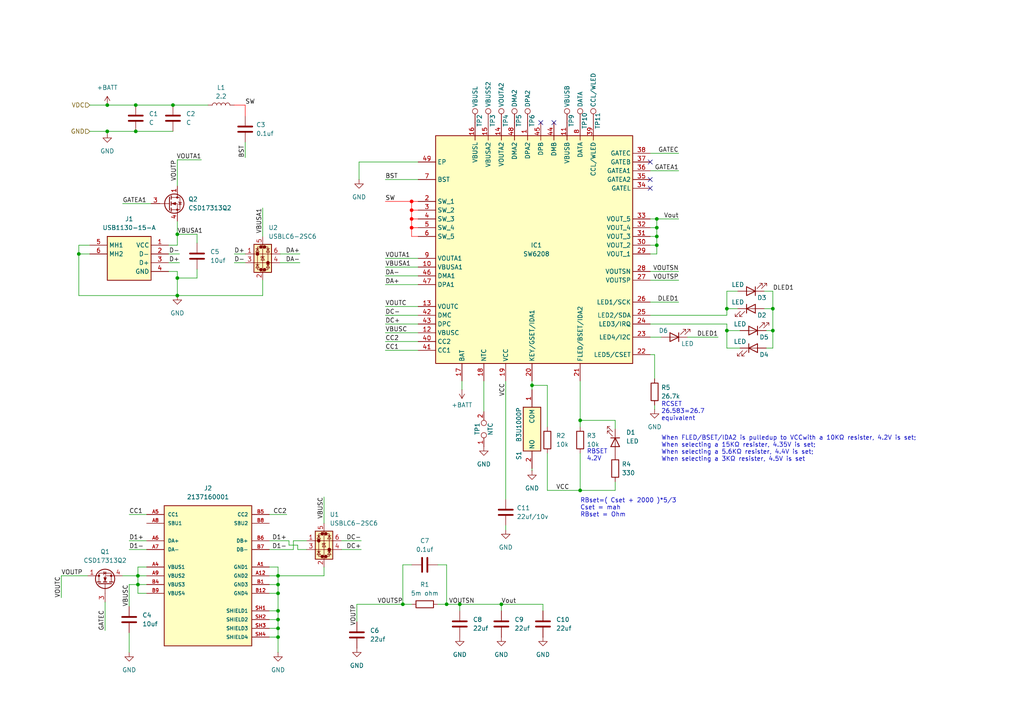
<source format=kicad_sch>
(kicad_sch (version 20250114) (generator "eeschema") (generator_version "9.0")
  (paper "A4")
  (lib_symbols
    (symbol "2137160001:2137160001" (pin_names (offset 1.016))
      (property "Reference" "J" (at -12.7 20.9042 0))
      (property "Value" "2137160001" (at -12.7 -22.86 0))
      (symbol "2137160001_0_0"
        (rectangle (start -12.7 -20.32) (end 12.7 20.32) (stroke (width 0.254)) (fill (type background)))
        (pin bidirectional line (at -17.78 17.78 0) (length 5.08) (name "CC1") (number "A5"))
        (pin bidirectional line (at -17.78 15.24 0) (length 5.08) (name "SBU1") (number "A8"))
        (pin bidirectional line (at -17.78 10.16 0) (length 5.08) (name "DA+") (number "A6"))
        (pin bidirectional line (at -17.78 7.62 0) (length 5.08) (name "DA-") (number "A7"))
        (pin power_in line (at -17.78 2.54 0) (length 5.08) (name "VBUS1") (number "A4"))
        (pin power_in line (at -17.78 0 0) (length 5.08) (name "VBUS2") (number "A9"))
        (pin power_in line (at -17.78 -2.54 0) (length 5.08) (name "VBUS3") (number "B4"))
        (pin power_in line (at -17.78 -5.08 0) (length 5.08) (name "VBUS4") (number "B9"))
        (pin bidirectional line (at 17.78 17.78 180) (length 5.08) (name "CC2") (number "B5"))
        (pin bidirectional line (at 17.78 15.24 180) (length 5.08) (name "SBU2") (number "B8"))
        (pin bidirectional line (at 17.78 10.16 180) (length 5.08) (name "DB+") (number "B6"))
        (pin bidirectional line (at 17.78 7.62 180) (length 5.08) (name "DB-") (number "B7"))
        (pin power_in line (at 17.78 2.54 180) (length 5.08) (name "GND1") (number "A1"))
        (pin power_in line (at 17.78 0 180) (length 5.08) (name "GND2") (number "A12"))
        (pin power_in line (at 17.78 -2.54 180) (length 5.08) (name "GND3") (number "B1"))
        (pin power_in line (at 17.78 -5.08 180) (length 5.08) (name "GND4") (number "B12"))
        (pin passive line (at 17.78 -10.16 180) (length 5.08) (name "SHIELD1") (number "SH1"))
        (pin passive line (at 17.78 -12.7 180) (length 5.08) (name "SHIELD2") (number "SH2"))
        (pin passive line (at 17.78 -15.24 180) (length 5.08) (name "SHIELD3") (number "SH3"))
        (pin passive line (at 17.78 -17.78 180) (length 5.08) (name "SHIELD4") (number "SH4"))
      )
    )
    (symbol "B3U1000P:B3U1000P"
      (property "Reference" "S1" (at 5.08 3.81 0))
      (property "Value" "B3U1000P" (at 5.08 -3.81 0))
      (symbol "B3U1000P_1_1"
        (rectangle (start 5.08 2.54) (end 17.78 -2.54) (stroke (width 0.254)) (fill (type background)))
        (pin passive line (at 0 0 0) (length 5.08) (name "COM") (number "1"))
        (pin passive line (at 22.86 0 180) (length 5.08) (name "NO") (number "2"))
      )
    )
    (symbol "Connector:TestPoint" (pin_numbers (hide yes)) (pin_names (offset 0.762) (hide yes))
      (property "Reference" "TP" (at 0 6.858 0))
      (property "Value" "TestPoint" (at 0 5.08 0))
      (symbol "TestPoint_0_1"
        (circle (center 0 3.302) (radius 0.762))
      )
      (symbol "TestPoint_1_1"
        (pin passive line (at 0 0 90) (length 2.54) (name "1") (number "1"))
      )
    )
    (symbol "Connector:TestPoint_2Pole" (pin_names (offset 0.762) (hide yes))
      (property "Reference" "TP" (at 0 1.524 0))
      (property "Value" "TestPoint_2Pole" (at 0 -1.778 0))
      (symbol "TestPoint_2Pole_0_1"
        (circle (center -1.778 0) (radius 0.762))
        (circle (center 1.778 0) (radius 0.762))
        (pin passive line (at -5.08 0 0) (length 2.54) (name "1") (number "1"))
        (pin passive line (at 5.08 0 180) (length 2.54) (name "2") (number "2"))
      )
    )
    (symbol "Device:C" (pin_numbers (hide yes)) (pin_names (offset 0.254))
      (property "Reference" "C" (at 0.635 2.54 0))
      (property "Value" "C" (at 0.635 -2.54 0))
      (symbol "C_0_1"
        (polyline (pts (xy -2.032 0.762) (xy 2.032 0.762)) (stroke (width 0.508)))
        (polyline (pts (xy -2.032 -0.762) (xy 2.032 -0.762)) (stroke (width 0.508)))
      )
      (symbol "C_1_1"
        (pin passive line (at 0 3.81 270) (length 2.794) (name "~") (number "1"))
        (pin passive line (at 0 -3.81 90) (length 2.794) (name "~") (number "2"))
      )
    )
    (symbol "Device:L" (pin_numbers (hide yes)) (pin_names (offset 1.016) (hide yes))
      (property "Reference" "L" (at -1.27 0 90))
      (property "Value" "L" (at 1.905 0 90))
      (symbol "L_0_1"
        (arc (start 0 2.54) (mid 0.6323 1.905) (end 0 1.27))
        (arc (start 0 1.27) (mid 0.6323 0.635) (end 0 0))
        (arc (start 0 0) (mid 0.6323 -0.635) (end 0 -1.27))
        (arc (start 0 -1.27) (mid 0.6323 -1.905) (end 0 -2.54))
      )
      (symbol "L_1_1"
        (pin passive line (at 0 3.81 270) (length 1.27) (name "1") (number "1"))
        (pin passive line (at 0 -3.81 90) (length 1.27) (name "2") (number "2"))
      )
    )
    (symbol "Device:LED" (pin_numbers (hide yes)) (pin_names (offset 1.016) (hide yes))
      (property "Reference" "D" (at 0 2.54 0))
      (property "Value" "LED" (at 0 -2.54 0))
      (symbol "LED_0_1"
        (polyline (pts (xy -3.048 -0.762) (xy -4.572 -2.286) (xy -3.81 -2.286) (xy -4.572 -2.286) (xy -4.572 -1.524)))
        (polyline (pts (xy -1.778 -0.762) (xy -3.302 -2.286) (xy -2.54 -2.286) (xy -3.302 -2.286) (xy -3.302 -1.524)))
        (polyline (pts (xy -1.27 0) (xy 1.27 0)))
        (polyline (pts (xy -1.27 -1.27) (xy -1.27 1.27)) (stroke (width 0.254)))
        (polyline (pts (xy 1.27 -1.27) (xy 1.27 1.27) (xy -1.27 0) (xy 1.27 -1.27)) (stroke (width 0.254)))
      )
      (symbol "LED_1_1"
        (pin passive line (at -3.81 0 0) (length 2.54) (name "K") (number "1"))
        (pin passive line (at 3.81 0 180) (length 2.54) (name "A") (number "2"))
      )
    )
    (symbol "Device:R" (pin_numbers (hide yes)) (pin_names (offset 0))
      (property "Reference" "R" (at 2.032 0 90))
      (property "Value" "R" (at 0 0 90))
      (symbol "R_0_1"
        (rectangle (start -1.016 -2.54) (end 1.016 2.54) (stroke (width 0.254)))
      )
      (symbol "R_1_1"
        (pin passive line (at 0 3.81 270) (length 1.27) (name "~") (number "1"))
        (pin passive line (at 0 -3.81 90) (length 1.27) (name "~") (number "2"))
      )
    )
    (symbol "Power_Protection:USBLC6-2SC6" (pin_names (hide yes))
      (property "Reference" "U" (at 0.635 5.715 0))
      (property "Value" "USBLC6-2SC6" (at 0.635 3.81 0))
      (symbol "USBLC6-2SC6_0_0"
        (circle (center -1.524 0) (radius 0.0001) (stroke (width 0.508)))
        (circle (center -0.508 2.032) (radius 0.0001) (stroke (width 0.508)))
        (circle (center -0.508 -4.572) (radius 0.0001) (stroke (width 0.508)))
        (circle (center 0.508 2.032) (radius 0.0001) (stroke (width 0.508)))
        (circle (center 0.508 -4.572) (radius 0.0001) (stroke (width 0.508)))
        (circle (center 1.524 -2.54) (radius 0.0001) (stroke (width 0.508)))
      )
      (symbol "USBLC6-2SC6_0_1"
        (polyline (pts (xy -2.54 0) (xy 2.54 0)))
        (polyline (pts (xy -2.54 -2.54) (xy 2.54 -2.54)))
        (polyline (pts (xy -2.032 0.508) (xy -1.016 0.508) (xy -1.524 1.524) (xy -2.032 0.508)))
        (polyline (pts (xy -2.032 -3.048) (xy -1.016 -3.048)))
        (polyline (pts (xy -1.016 1.524) (xy -2.032 1.524)))
        (polyline (pts (xy -1.016 -4.064) (xy -2.032 -4.064) (xy -1.524 -3.048) (xy -1.016 -4.064)))
        (polyline (pts (xy -0.508 -1.143) (xy -0.508 -0.762) (xy 0.508 -0.762)))
        (polyline (pts (xy 0 2.54) (xy -0.508 2.032) (xy 0.508 2.032) (xy 0 1.524) (xy 0 -4.064) (xy -0.508 -4.572) (xy 0.508 -4.572) (xy 0 -5.08)))
        (polyline (pts (xy 0.508 -1.778) (xy -0.508 -1.778) (xy 0 -0.762) (xy 0.508 -1.778)))
        (polyline (pts (xy 1.016 1.524) (xy 2.032 1.524)))
        (polyline (pts (xy 1.016 -3.048) (xy 2.032 -3.048)))
        (polyline (pts (xy 2.032 0.508) (xy 1.016 0.508) (xy 1.524 1.524) (xy 2.032 0.508)))
        (polyline (pts (xy 2.032 -4.064) (xy 1.016 -4.064) (xy 1.524 -3.048) (xy 2.032 -4.064)))
      )
      (symbol "USBLC6-2SC6_1_1"
        (rectangle (start -2.54 2.794) (end 2.54 -5.334) (stroke (width 0.254)) (fill (type background)))
        (polyline (pts (xy -0.508 2.032) (xy -1.524 2.032) (xy -1.524 -4.572) (xy -0.508 -4.572)))
        (polyline (pts (xy 0.508 -4.572) (xy 1.524 -4.572) (xy 1.524 2.032) (xy 0.508 2.032)))
        (pin passive line (at -5.08 0 0) (length 2.54) (name "I/O1") (number "1"))
        (pin passive line (at -5.08 -2.54 0) (length 2.54) (name "I/O2") (number "3"))
        (pin passive line (at 0 5.08 270) (length 2.54) (name "VBUS") (number "5"))
        (pin passive line (at 0 -7.62 90) (length 2.54) (name "GND") (number "2"))
        (pin passive line (at 5.08 0 180) (length 2.54) (name "I/O1") (number "6"))
        (pin passive line (at 5.08 -2.54 180) (length 2.54) (name "I/O2") (number "4"))
      )
    )
    (symbol "SW6208:SW6208"
      (property "Reference" "IC1" (at 34.29 -16.51 0))
      (property "Value" "SW6208" (at 34.29 -19.05 0))
      (symbol "SW6208_1_1"
        (rectangle (start 5.08 15.24) (end 62.23 -50.8) (stroke (width 0.254)) (fill (type background)))
        (pin passive line (at 0 7.62 0) (length 5.08) (name "EP") (number "49"))
        (pin passive line (at 0 2.54 0) (length 5.08) (name "BST") (number "7"))
        (pin passive line (at 0 -3.81 0) (length 5.08) (name "SW_1") (number "2"))
        (pin passive line (at 0 -6.35 0) (length 5.08) (name "SW_2") (number "3"))
        (pin passive line (at 0 -8.89 0) (length 5.08) (name "SW_3") (number "4"))
        (pin passive line (at 0 -11.43 0) (length 5.08) (name "SW_4") (number "5"))
        (pin passive line (at 0 -13.97 0) (length 5.08) (name "SW_5") (number "6"))
        (pin passive line (at 0 -20.32 0) (length 5.08) (name "VOUTA1") (number "9"))
        (pin passive line (at 0 -22.86 0) (length 5.08) (name "VBUSA1") (number "10"))
        (pin passive line (at 0 -25.4 0) (length 5.08) (name "DMA1") (number "46"))
        (pin passive line (at 0 -27.94 0) (length 5.08) (name "DPA1") (number "47"))
        (pin passive line (at 0 -34.29 0) (length 5.08) (name "VOUTC") (number "13"))
        (pin passive line (at 0 -36.83 0) (length 5.08) (name "DMC") (number "42"))
        (pin passive line (at 0 -39.37 0) (length 5.08) (name "DPC") (number "43"))
        (pin passive line (at 0 -41.91 0) (length 5.08) (name "VBUSC") (number "12"))
        (pin passive line (at 0 -44.45 0) (length 5.08) (name "CC2") (number "40"))
        (pin passive line (at 0 -46.99 0) (length 5.08) (name "CC1") (number "41"))
        (pin passive line (at 12.7 -55.88 90) (length 5.08) (name "BAT") (number "17"))
        (pin passive line (at 16.51 19.05 270) (length 5.08) (name "VBUSL") (number "16"))
        (pin passive line (at 19.05 -55.88 90) (length 5.08) (name "NTC") (number "18"))
        (pin passive line (at 20.32 19.05 270) (length 5.08) (name "VBUSA2") (number "15"))
        (pin passive line (at 24.13 19.05 270) (length 5.08) (name "VOUTA2") (number "14"))
        (pin passive line (at 25.4 -55.88 90) (length 5.08) (name "VCC") (number "19"))
        (pin passive line (at 27.94 19.05 270) (length 5.08) (name "DMA2") (number "48"))
        (pin passive line (at 31.75 19.05 270) (length 5.08) (name "DPA2") (number "1"))
        (pin passive line (at 33.02 -55.88 90) (length 5.08) (name "KEY/GSET/IDA1") (number "20"))
        (pin passive line (at 35.56 19.05 270) (length 5.08) (name "DPB") (number "45"))
        (pin passive line (at 39.37 19.05 270) (length 5.08) (name "DMB") (number "44"))
        (pin passive line (at 43.18 19.05 270) (length 5.08) (name "VBUSB") (number "11"))
        (pin passive line (at 46.99 19.05 270) (length 5.08) (name "DATA") (number "8"))
        (pin passive line (at 46.99 -55.88 90) (length 5.08) (name "FLED/BSET/IDA2") (number "21"))
        (pin passive line (at 50.8 19.05 270) (length 5.08) (name "CCL/WLED") (number "39"))
        (pin passive line (at 67.31 10.16 180) (length 5.08) (name "GATEC") (number "38"))
        (pin passive line (at 67.31 7.62 180) (length 5.08) (name "GATEB") (number "37"))
        (pin passive line (at 67.31 5.08 180) (length 5.08) (name "GATEA1") (number "36"))
        (pin passive line (at 67.31 2.54 180) (length 5.08) (name "GATEA2") (number "35"))
        (pin passive line (at 67.31 0 180) (length 5.08) (name "GATEL") (number "34"))
        (pin passive line (at 67.31 -8.89 180) (length 5.08) (name "VOUT_5") (number "33"))
        (pin passive line (at 67.31 -11.43 180) (length 5.08) (name "VOUT_4") (number "32"))
        (pin passive line (at 67.31 -13.97 180) (length 5.08) (name "VOUT_3") (number "31"))
        (pin passive line (at 67.31 -16.51 180) (length 5.08) (name "VOUT_2") (number "30"))
        (pin passive line (at 67.31 -19.05 180) (length 5.08) (name "VOUT_1") (number "29"))
        (pin passive line (at 67.31 -24.13 180) (length 5.08) (name "VOUTSN") (number "28"))
        (pin passive line (at 67.31 -26.67 180) (length 5.08) (name "VOUTSP") (number "27"))
        (pin passive line (at 67.31 -33.02 180) (length 5.08) (name "LED1/SCK") (number "26"))
        (pin passive line (at 67.31 -36.83 180) (length 5.08) (name "LED2/SDA") (number "25"))
        (pin passive line (at 67.31 -39.37 180) (length 5.08) (name "LED3/IRQ") (number "24"))
        (pin passive line (at 67.31 -43.18 180) (length 5.08) (name "LED4/I2C") (number "23"))
        (pin passive line (at 67.31 -48.26 180) (length 5.08) (name "LED5/CSET") (number "22"))
      )
    )
    (symbol "Transistor_FET:CSD17313Q2" (pin_names (hide yes))
      (property "Reference" "Q" (at 5.08 1.905 0))
      (property "Value" "CSD17313Q2" (at 5.08 0 0))
      (symbol "CSD17313Q2_0_1"
        (polyline (pts (xy 0.254 1.905) (xy 0.254 -1.905)) (stroke (width 0.254)))
        (polyline (pts (xy 0.254 0) (xy -2.54 0)))
        (polyline (pts (xy 0.762 2.286) (xy 0.762 1.27)) (stroke (width 0.254)))
        (polyline (pts (xy 0.762 0.508) (xy 0.762 -0.508)) (stroke (width 0.254)))
        (polyline (pts (xy 0.762 -1.27) (xy 0.762 -2.286)) (stroke (width 0.254)))
        (polyline (pts (xy 0.762 -1.778) (xy 3.302 -1.778) (xy 3.302 1.778) (xy 0.762 1.778)))
        (polyline (pts (xy 1.016 0) (xy 2.032 0.381) (xy 2.032 -0.381) (xy 1.016 0)) (fill (type outline)))
        (circle (center 1.651 0) (radius 2.794) (stroke (width 0.254)))
        (polyline (pts (xy 2.54 2.54) (xy 2.54 1.778)))
        (circle (center 2.54 1.778) (radius 0.254) (fill (type outline)))
        (circle (center 2.54 -1.778) (radius 0.254) (fill (type outline)))
        (polyline (pts (xy 2.54 -2.54) (xy 2.54 0) (xy 0.762 0)))
        (polyline (pts (xy 2.794 0.508) (xy 2.921 0.381) (xy 3.683 0.381) (xy 3.81 0.254)))
        (polyline (pts (xy 3.302 0.381) (xy 2.921 -0.254) (xy 3.683 -0.254) (xy 3.302 0.381)))
      )
      (symbol "CSD17313Q2_1_1"
        (pin passive line (at -5.08 0 0) (length 2.54) (name "G") (number "3"))
        (pin passive line (at 2.54 5.08 270) (length 2.54) (name "D") (number "1"))
        (pin passive line (at 2.54 5.08 270) (length 2.54) (hide yes) (name "D") (number "2"))
        (pin passive line (at 2.54 5.08 270) (length 2.54) (hide yes) (name "D") (number "5"))
        (pin passive line (at 2.54 5.08 270) (length 2.54) (hide yes) (name "D") (number "6"))
        (pin passive line (at 2.54 5.08 270) (length 2.54) (hide yes) (name "D") (number "8"))
        (pin passive line (at 2.54 -5.08 90) (length 2.54) (name "S") (number "4"))
        (pin passive line (at 2.54 -5.08 90) (length 2.54) (hide yes) (name "S") (number "7"))
      )
    )
    (symbol "USB1130-15-A:USB1130-15-A"
      (property "Reference" "J1" (at 11.43 7.62 0))
      (property "Value" "USB1130-15-A" (at 11.43 5.08 0))
      (symbol "USB1130-15-A_1_1"
        (rectangle (start 5.08 2.54) (end 17.78 -10.16) (stroke (width 0.254)) (fill (type background)))
        (pin passive line (at 0 0 0) (length 5.08) (name "MH1") (number "5"))
        (pin passive line (at 0 -2.54 0) (length 5.08) (name "MH2") (number "6"))
        (pin passive line (at 22.86 0 180) (length 5.08) (name "VCC") (number "1"))
        (pin passive line (at 22.86 -2.54 180) (length 5.08) (name "D-") (number "2"))
        (pin passive line (at 22.86 -5.08 180) (length 5.08) (name "D+") (number "3"))
        (pin passive line (at 22.86 -7.62 180) (length 5.08) (name "GND") (number "4"))
      )
    )
    (symbol "power:+BATT" (power) (pin_numbers (hide yes)) (pin_names (offset 0) (hide yes))
      (property "Value" "+BATT" (at 0 3.556 0))
      (symbol "+BATT_0_1"
        (polyline (pts (xy -0.762 1.27) (xy 0 2.54)))
        (polyline (pts (xy 0 2.54) (xy 0.762 1.27)))
        (polyline (pts (xy 0 0) (xy 0 2.54)))
      )
      (symbol "+BATT_1_1"
        (pin power_in line (at 0 0 90) (length 0) (name "~") (number "1"))
      )
    )
    (symbol "power:GND" (power) (pin_numbers (hide yes)) (pin_names (offset 0) (hide yes))
      (property "Value" "GND" (at 0 -3.81 0))
      (symbol "GND_0_1"
        (polyline (pts (xy 0 0) (xy 0 -1.27) (xy 1.27 -1.27) (xy 0 -2.54) (xy -1.27 -1.27) (xy 0 -1.27)))
      )
      (symbol "GND_1_1"
        (pin power_in line (at 0 0 270) (length 0) (name "~") (number "1"))
      )
    )
  )
  (text "RBset=( Cset + 2000 )*5/3\nCset = mah\nRBset = Ohm" (at 168.275 147.32 0) (effects (font (size 1.27 1.27)) (justify left)))
  (text "RCSET\n26.583=26.7\nequivalent" (at 191.77 119.38 0) (effects (font (size 1.27 1.27)) (justify left)))
  (text "When FLED/BSET/IDA2 is pulledup to VCCwith a 10KΩ resister, 4.2V is set;\nWhen selecting a 15KΩ resister, 4.35V is set;\nWhen selecting a 5.6KΩ resister, 4.4V is set;\nWhen selecting a 3KΩ resister, 4.5V is set" (at 191.77 130.175 0) (effects (font (size 1.27 1.27)) (justify left)))
  (text "RBSET\n4.2V" (at 170.18 132.08 0) (effects (font (size 1.27 1.27)) (justify left)))
  (junction (at 119.38 66.04) (color 255 0 0 1))
  (junction (at 145.415 175.26))
  (junction (at 129.54 175.26))
  (junction (at 80.645 169.545))
  (junction (at 80.645 179.705))
  (junction (at 133.35 175.26))
  (junction (at 119.38 63.5) (color 255 0 0 1))
  (junction (at 80.645 172.085))
  (junction (at 224.155 95.885))
  (junction (at 22.86 73.66))
  (junction (at 40.005 167.005))
  (junction (at 210.82 95.885))
  (junction (at 119.38 58.42) (color 255 0 0 1))
  (junction (at 210.82 89.535))
  (junction (at 154.305 111.76))
  (junction (at 80.645 177.165))
  (junction (at 40.005 169.545))
  (junction (at 31.115 38.1))
  (junction (at 190.5 71.12))
  (junction (at 51.435 85.725))
  (junction (at 190.5 66.04))
  (junction (at 190.5 68.58))
  (junction (at 224.155 89.535))
  (junction (at 31.115 30.48))
  (junction (at 119.38 60.96) (color 255 0 0 1))
  (junction (at 39.37 30.48))
  (junction (at 168.275 142.24))
  (junction (at 116.84 175.26))
  (junction (at 50.165 30.48))
  (junction (at 80.645 184.785))
  (junction (at 80.645 167.005))
  (junction (at 190.5 63.5))
  (junction (at 80.645 182.245))
  (junction (at 168.275 121.92))
  (junction (at 51.435 80.645))
  (junction (at 39.37 38.1))
  (junction (at 51.435 67.945))
  (no_connect (at 156.845 35.56))
  (no_connect (at 188.595 54.61))
  (no_connect (at 188.595 52.07))
  (no_connect (at 188.595 46.99))
  (no_connect (at 160.655 35.56))
  (wire (pts (xy 80.645 182.245) (xy 80.645 179.705)))
  (wire (pts (xy 40.005 172.085) (xy 42.545 172.085)))
  (wire (pts (xy 210.82 91.44) (xy 210.82 89.535)))
  (wire (pts (xy 210.82 89.535) (xy 210.82 84.455)))
  (wire (pts (xy 67.945 76.2) (xy 71.12 76.2)))
  (wire (pts (xy 35.56 59.055) (xy 43.815 59.055)))
  (wire (pts (xy 81.28 73.66) (xy 86.995 73.66)))
  (wire (pts (xy 48.895 78.74) (xy 51.435 78.74)))
  (wire (pts (xy 157.48 177.165) (xy 157.48 175.26)))
  (wire (pts (xy 81.28 76.2) (xy 86.995 76.2)))
  (wire (pts (xy 78.105 164.465) (xy 80.645 164.465)))
  (wire (pts (xy 168.275 131.445) (xy 168.275 142.24)))
  (wire (pts (xy 57.15 70.485) (xy 57.15 67.945)))
  (wire (pts (xy 48.895 71.12) (xy 51.435 71.12)))
  (wire (pts (xy 17.78 167.005) (xy 25.4 167.005)))
  (wire (pts (xy 22.86 73.66) (xy 26.035 73.66)))
  (wire (pts (xy 111.76 99.06) (xy 121.285 99.06)))
  (wire (pts (xy 37.465 159.385) (xy 42.545 159.385)))
  (wire (pts (xy 57.15 80.645) (xy 51.435 80.645)))
  (wire (pts (xy 119.38 66.04) (xy 119.38 63.5)) (stroke (width 0) (color 255 0 0 1)))
  (wire (pts (xy 80.645 169.545) (xy 80.645 172.085)))
  (wire (pts (xy 145.415 175.26) (xy 133.35 175.26)))
  (wire (pts (xy 224.155 84.455) (xy 221.615 84.455)))
  (wire (pts (xy 39.37 30.48) (xy 50.165 30.48)))
  (wire (pts (xy 210.82 93.98) (xy 210.82 95.885)))
  (wire (pts (xy 80.645 164.465) (xy 80.645 167.005)))
  (wire (pts (xy 111.76 101.6) (xy 121.285 101.6)))
  (wire (pts (xy 157.48 175.26) (xy 145.415 175.26)))
  (wire (pts (xy 71.12 30.48) (xy 67.945 30.48)) (stroke (width 0) (color 255 0 0 1)))
  (wire (pts (xy 78.105 182.245) (xy 80.645 182.245)))
  (wire (pts (xy 111.76 96.52) (xy 121.285 96.52)))
  (wire (pts (xy 22.86 85.725) (xy 51.435 85.725)))
  (wire (pts (xy 158.75 111.76) (xy 154.305 111.76)))
  (wire (pts (xy 221.615 89.535) (xy 224.155 89.535)))
  (wire (pts (xy 190.5 68.58) (xy 190.5 66.04)))
  (wire (pts (xy 42.545 164.465) (xy 40.005 164.465)))
  (wire (pts (xy 37.465 189.23) (xy 37.465 183.515)))
  (wire (pts (xy 224.155 89.535) (xy 224.155 95.885)))
  (wire (pts (xy 37.465 169.545) (xy 40.005 169.545)))
  (wire (pts (xy 121.285 68.58) (xy 119.38 68.58)) (stroke (width 0) (color 255 0 0 1)))
  (wire (pts (xy 196.85 49.53) (xy 188.595 49.53)))
  (wire (pts (xy 154.305 111.76) (xy 154.305 110.49)))
  (wire (pts (xy 154.305 113.03) (xy 154.305 111.76)))
  (wire (pts (xy 52.07 76.2) (xy 48.895 76.2)))
  (wire (pts (xy 51.435 71.12) (xy 51.435 67.945)))
  (wire (pts (xy 58.42 46.355) (xy 51.435 46.355)))
  (wire (pts (xy 40.005 164.465) (xy 40.005 167.005)))
  (wire (pts (xy 119.38 163.83) (xy 116.84 163.83)))
  (wire (pts (xy 127 163.83) (xy 129.54 163.83)))
  (wire (pts (xy 188.595 68.58) (xy 190.5 68.58)))
  (wire (pts (xy 78.105 149.225) (xy 83.185 149.225)))
  (wire (pts (xy 31.115 30.48) (xy 39.37 30.48)))
  (wire (pts (xy 188.595 97.79) (xy 191.77 97.79)))
  (wire (pts (xy 35.56 167.005) (xy 40.005 167.005)))
  (wire (pts (xy 129.54 175.26) (xy 127 175.26)))
  (wire (pts (xy 52.07 73.66) (xy 48.895 73.66)))
  (wire (pts (xy 93.98 167.005) (xy 80.645 167.005)))
  (wire (pts (xy 76.2 85.725) (xy 76.2 81.28)))
  (wire (pts (xy 111.76 93.98) (xy 121.285 93.98)))
  (wire (pts (xy 111.76 82.55) (xy 121.285 82.55)))
  (wire (pts (xy 57.15 67.945) (xy 51.435 67.945)))
  (wire (pts (xy 190.5 73.66) (xy 190.5 71.12)))
  (wire (pts (xy 196.85 87.63) (xy 188.595 87.63)))
  (wire (pts (xy 196.85 44.45) (xy 188.595 44.45)))
  (wire (pts (xy 154.305 135.89) (xy 154.305 136.525)))
  (wire (pts (xy 99.06 159.385) (xy 104.775 159.385)))
  (wire (pts (xy 214.63 100.965) (xy 210.82 100.965)))
  (wire (pts (xy 210.82 84.455) (xy 213.995 84.455)))
  (wire (pts (xy 190.5 66.04) (xy 190.5 63.5)))
  (wire (pts (xy 26.035 71.12) (xy 22.86 71.12)))
  (wire (pts (xy 119.38 68.58) (xy 119.38 66.04)) (stroke (width 0) (color 255 0 0 1)))
  (wire (pts (xy 93.98 144.145) (xy 93.98 151.765)))
  (wire (pts (xy 119.38 60.96) (xy 121.285 60.96)) (stroke (width 0) (color 255 0 0 1)))
  (wire (pts (xy 51.435 64.135) (xy 51.435 67.945)))
  (wire (pts (xy 40.005 169.545) (xy 40.005 172.085)))
  (wire (pts (xy 80.645 177.165) (xy 80.645 172.085)))
  (wire (pts (xy 22.86 71.12) (xy 22.86 73.66)))
  (wire (pts (xy 168.275 123.825) (xy 168.275 121.92)))
  (wire (pts (xy 37.465 156.845) (xy 42.545 156.845)))
  (wire (pts (xy 85.09 156.845) (xy 88.9 156.845)))
  (wire (pts (xy 50.165 30.48) (xy 60.325 30.48)))
  (wire (pts (xy 133.35 175.26) (xy 133.35 177.165)))
  (wire (pts (xy 210.82 100.965) (xy 210.82 95.885)))
  (wire (pts (xy 119.38 63.5) (xy 119.38 60.96)) (stroke (width 0) (color 255 0 0 1)))
  (wire (pts (xy 78.105 172.085) (xy 80.645 172.085)))
  (wire (pts (xy 80.645 167.005) (xy 80.645 169.545)))
  (wire (pts (xy 22.86 73.66) (xy 22.86 85.725)))
  (wire (pts (xy 51.435 80.645) (xy 51.435 85.725)))
  (wire (pts (xy 51.435 80.645) (xy 51.435 78.74)))
  (wire (pts (xy 78.105 156.845) (xy 83.82 156.845)))
  (wire (pts (xy 51.435 46.355) (xy 51.435 53.975)))
  (wire (pts (xy 196.85 81.28) (xy 188.595 81.28)))
  (wire (pts (xy 31.115 38.1) (xy 39.37 38.1)))
  (wire (pts (xy 40.005 169.545) (xy 42.545 169.545)))
  (wire (pts (xy 213.995 89.535) (xy 210.82 89.535)))
  (wire (pts (xy 119.38 175.26) (xy 116.84 175.26)))
  (wire (pts (xy 116.84 175.26) (xy 103.505 175.26)))
  (wire (pts (xy 78.105 179.705) (xy 80.645 179.705)))
  (wire (pts (xy 111.76 58.42) (xy 119.38 58.42)) (stroke (width 0) (color 255 0 0 1)))
  (wire (pts (xy 111.76 91.44) (xy 121.285 91.44)))
  (wire (pts (xy 119.38 63.5) (xy 121.285 63.5)) (stroke (width 0) (color 255 0 0 1)))
  (wire (pts (xy 86.36 158.115) (xy 86.36 159.385)))
  (wire (pts (xy 85.09 159.385) (xy 85.09 156.845)))
  (wire (pts (xy 168.275 121.92) (xy 178.435 121.92)))
  (wire (pts (xy 140.335 119.38) (xy 140.335 110.49)))
  (wire (pts (xy 222.25 100.965) (xy 224.155 100.965)))
  (wire (pts (xy 80.645 184.785) (xy 80.645 182.245)))
  (wire (pts (xy 158.75 131.445) (xy 158.75 142.24)))
  (wire (pts (xy 93.98 164.465) (xy 93.98 167.005)))
  (wire (pts (xy 78.105 167.005) (xy 80.645 167.005)))
  (wire (pts (xy 190.5 71.12) (xy 190.5 68.58)))
  (wire (pts (xy 99.06 156.845) (xy 104.775 156.845)))
  (wire (pts (xy 190.5 63.5) (xy 196.85 63.5)))
  (wire (pts (xy 208.28 97.79) (xy 199.39 97.79)))
  (wire (pts (xy 103.505 175.26) (xy 103.505 180.34)))
  (wire (pts (xy 71.12 30.48) (xy 71.12 33.655)) (stroke (width 0) (color 255 0 0 1)))
  (wire (pts (xy 224.155 95.885) (xy 222.25 95.885)))
  (wire (pts (xy 40.005 167.005) (xy 40.005 169.545)))
  (wire (pts (xy 111.76 77.47) (xy 121.285 77.47)))
  (wire (pts (xy 168.275 110.49) (xy 168.275 121.92)))
  (wire (pts (xy 39.37 38.1) (xy 50.165 38.1)))
  (wire (pts (xy 80.645 179.705) (xy 80.645 177.165)))
  (wire (pts (xy 104.14 46.99) (xy 121.285 46.99)))
  (wire (pts (xy 196.85 78.74) (xy 188.595 78.74)))
  (wire (pts (xy 224.155 100.965) (xy 224.155 95.885)))
  (wire (pts (xy 111.76 88.9) (xy 121.285 88.9)))
  (wire (pts (xy 168.275 142.24) (xy 178.435 142.24)))
  (wire (pts (xy 30.48 182.88) (xy 30.48 174.625)))
  (wire (pts (xy 26.035 30.48) (xy 31.115 30.48)))
  (wire (pts (xy 146.685 110.49) (xy 146.685 144.78)))
  (wire (pts (xy 37.465 175.895) (xy 37.465 169.545)))
  (wire (pts (xy 189.865 102.87) (xy 189.865 109.855)))
  (wire (pts (xy 26.035 38.1) (xy 31.115 38.1)))
  (wire (pts (xy 158.75 142.24) (xy 168.275 142.24)))
  (wire (pts (xy 78.105 159.385) (xy 85.09 159.385)))
  (wire (pts (xy 119.38 66.04) (xy 121.285 66.04)) (stroke (width 0) (color 255 0 0 1)))
  (wire (pts (xy 145.415 175.26) (xy 145.415 177.165)))
  (wire (pts (xy 111.76 80.01) (xy 121.285 80.01)))
  (wire (pts (xy 83.82 156.845) (xy 83.82 158.115)))
  (wire (pts (xy 178.435 142.24) (xy 178.435 139.7)))
  (wire (pts (xy 78.105 169.545) (xy 80.645 169.545)))
  (wire (pts (xy 188.595 66.04) (xy 190.5 66.04)))
  (wire (pts (xy 116.84 163.83) (xy 116.84 175.26)))
  (wire (pts (xy 51.435 85.725) (xy 76.2 85.725)))
  (wire (pts (xy 31.115 38.1) (xy 31.115 38.735)))
  (wire (pts (xy 224.155 89.535) (xy 224.155 84.455)))
  (wire (pts (xy 37.465 149.225) (xy 42.545 149.225)))
  (wire (pts (xy 133.985 113.03) (xy 133.985 110.49)))
  (wire (pts (xy 146.685 153.67) (xy 146.685 152.4)))
  (wire (pts (xy 40.005 167.005) (xy 42.545 167.005)))
  (wire (pts (xy 78.105 177.165) (xy 80.645 177.165)))
  (wire (pts (xy 78.105 184.785) (xy 80.645 184.785)))
  (wire (pts (xy 76.2 60.325) (xy 76.2 68.58)))
  (wire (pts (xy 57.15 80.645) (xy 57.15 78.105)))
  (wire (pts (xy 83.82 158.115) (xy 86.36 158.115)))
  (wire (pts (xy 188.595 63.5) (xy 190.5 63.5)))
  (wire (pts (xy 158.75 123.825) (xy 158.75 111.76)))
  (wire (pts (xy 86.36 159.385) (xy 88.9 159.385)))
  (wire (pts (xy 189.865 118.745) (xy 189.865 117.475)))
  (wire (pts (xy 188.595 73.66) (xy 190.5 73.66)))
  (wire (pts (xy 188.595 93.98) (xy 210.82 93.98)))
  (wire (pts (xy 189.865 102.87) (xy 188.595 102.87)))
  (wire (pts (xy 119.38 58.42) (xy 121.285 58.42)) (stroke (width 0) (color 255 0 0 1)))
  (wire (pts (xy 104.14 52.07) (xy 104.14 46.99)))
  (wire (pts (xy 129.54 175.26) (xy 133.35 175.26)))
  (wire (pts (xy 71.12 45.72) (xy 71.12 41.275)))
  (wire (pts (xy 188.595 71.12) (xy 190.5 71.12)))
  (wire (pts (xy 17.78 167.005) (xy 17.78 173.355)))
  (wire (pts (xy 210.82 95.885) (xy 214.63 95.885)))
  (wire (pts (xy 188.595 91.44) (xy 210.82 91.44)))
  (wire (pts (xy 178.435 121.92) (xy 178.435 124.46)))
  (wire (pts (xy 80.645 189.23) (xy 80.645 184.785)))
  (wire (pts (xy 111.76 74.93) (xy 121.285 74.93)))
  (wire (pts (xy 67.945 73.66) (xy 71.12 73.66)))
  (wire (pts (xy 129.54 163.83) (xy 129.54 175.26)))
  (wire (pts (xy 119.38 60.96) (xy 119.38 58.42)) (stroke (width 0) (color 255 0 0 1)))
  (wire (pts (xy 111.76 52.07) (xy 121.285 52.07)))
  (label "VOUTP" (at 17.78 167.005 0))
  (label "VOUTSP" (at 196.85 81.28 180))
  (label "GATEA1" (at 35.56 59.055 0))
  (label "DC-" (at 104.775 156.845 180))
  (label "DLED1" (at 224.155 84.455 0))
  (label "VOUTA1" (at 58.42 46.355 180))
  (label "BST" (at 71.12 45.72 90))
  (label "D+" (at 67.945 73.66 0))
  (label "D-" (at 52.07 73.66 180))
  (label "VOUTC" (at 17.78 173.355 90))
  (label "DLED1" (at 208.28 97.79 180))
  (label "VOUTSN" (at 130.175 175.26 0))
  (label "BST" (at 111.76 52.07 0))
  (label "CC1" (at 37.465 149.225 0))
  (label "Vout" (at 145.415 175.26 0))
  (label "VOUTP" (at 103.505 175.26 270))
  (label "D1-" (at 83.185 159.385 180))
  (label "D1-" (at 37.465 159.385 0))
  (label "VOUTA1" (at 111.76 74.93 0))
  (label "GATEC" (at 196.85 44.45 180))
  (label "DA+" (at 86.995 73.66 180))
  (label "VCC" (at 161.29 142.24 0))
  (label "DLED1" (at 196.85 87.63 180))
  (label "VBUSA1" (at 51.435 67.945 0))
  (label "D1+" (at 37.465 156.845 0))
  (label "DC+" (at 111.76 93.98 0))
  (label "DA+" (at 111.76 82.55 0))
  (label "VBUSC" (at 111.76 96.52 0))
  (label "VOUTSP" (at 116.84 175.26 180))
  (label "D-" (at 67.945 76.2 0))
  (label "VBUSC" (at 93.98 144.145 270))
  (label "GATEC" (at 30.48 182.88 90))
  (label "CC2" (at 83.185 149.225 180))
  (label "DC+" (at 104.775 159.385 180))
  (label "CC2" (at 111.76 99.06 0))
  (label "VBUSA1" (at 76.2 60.325 270))
  (label "DA-" (at 86.995 76.2 180))
  (label "DA-" (at 111.76 80.01 0))
  (label "SW" (at 111.76 58.42 0))
  (label "VCC" (at 146.685 114.935 90))
  (label "VOUTC" (at 111.76 88.9 0))
  (label "VOUTSN" (at 196.85 78.74 180))
  (label "D1+" (at 83.185 156.845 180))
  (label "DC-" (at 111.76 91.44 0))
  (label "D+" (at 52.07 76.2 180))
  (label "SW" (at 71.12 30.48 0))
  (label "GATEA1" (at 196.85 49.53 180))
  (label "VBUSC" (at 37.465 169.545 270))
  (label "Vout" (at 196.85 63.5 180))
  (label "VBUSA1" (at 111.76 77.47 0))
  (label "CC1" (at 111.76 101.6 0))
  (label "VOUTP" (at 51.435 46.355 270))
  (hierarchical_label "VDC" (shape input) (at 26.035 30.48 180))
  (hierarchical_label "GND" (shape input) (at 26.035 38.1 180))
  (symbol (lib_id "Connector:TestPoint") (at 172.085 35.56 0) (unit 1)
    (property "Reference" "TP11" (at 173.355 37.465 90) (effects (justify left)))
    (property "Value" "CCL/WLED" (at 172.085 31.115 90) (effects (justify left)))
    (property "Footprint" "TestPoint:TestPoint_Pad_D1.0mm" (effects (hide yes)))
    (property "Description" "test point" (effects (hide yes)))
  )
  (symbol (lib_id "Device:L") (at 64.135 30.48 90) (unit 1)
    (property "Reference" "L1" (at 64.135 25.4 90))
    (property "Value" "2.2" (at 64.135 27.94 90))
    (property "Footprint" "Inductor_SMD:L_Vishay_IHLP-5050" (effects (hide yes)))
    (property "Description" "Inductor" (effects (hide yes)))
  )
  (symbol (lib_id "Device:LED") (at 195.58 97.79 180) (unit 1)
    (property "Reference" "D6" (at 192.405 95.885 0))
    (property "Value" "LED" (at 199.39 99.695 0))
    (property "Footprint" "LED_SMD:LED_1206_3216Metric_Pad1.42x1.75mm_HandSolder" (effects (hide yes)))
    (property "Description" "Light emitting diode" (effects (hide yes)))
    (property "Sim.Pins" "1=K 2=A" (effects (hide yes)))
  )
  (symbol (lib_id "power:GND") (at 145.415 184.785 0) (mirror y) (unit 1)
    (property "Reference" "#PWR08" (effects (hide yes)))
    (property "Value" "GND" (at 145.415 189.865 0))
    (property "Description" "Power symbol creates a global label with name \"GND\" , ground" (effects (hide yes)))
  )
  (symbol (lib_id "Power_Protection:USBLC6-2SC6") (at 93.98 156.845 0) (unit 1)
    (property "Reference" "U1" (at 95.6311 149.225 0) (effects (justify left)))
    (property "Value" "USBLC6-2SC6" (at 95.6311 151.765 0) (effects (justify left)))
    (property "Footprint" "Package_TO_SOT_SMD:SOT-23-6" (effects (hide yes)))
    (property "Datasheet" "https://www.st.com/resource/en/datasheet/usblc6-2.pdf" (effects (hide yes)))
    (property "Description" "Very low capacitance ESD protection diode, 2 data-line, SOT-23-6" (effects (hide yes)))
  )
  (symbol (lib_id "Device:C") (at 123.19 163.83 270) (unit 1)
    (property "Reference" "C7" (at 123.19 156.845 90))
    (property "Value" "0.1uf" (at 123.19 159.385 90))
    (property "Footprint" "Capacitor_SMD:C_0805_2012Metric_Pad1.18x1.45mm_HandSolder" (effects (hide yes)))
    (property "Description" "Unpolarized capacitor" (effects (hide yes)))
  )
  (symbol (lib_id "Device:C") (at 50.165 34.29 0) (unit 1)
    (property "Reference" "C2" (at 53.975 33.0199 0) (effects (justify left)))
    (property "Value" "C" (at 53.975 35.5599 0) (effects (justify left)))
    (property "Footprint" "Capacitor_SMD:C_1206_3216Metric_Pad1.33x1.80mm_HandSolder" (effects (hide yes)))
    (property "Description" "Unpolarized capacitor" (effects (hide yes)))
  )
  (symbol (lib_id "Device:LED") (at 217.805 84.455 180) (unit 1)
    (property "Reference" "D3" (at 220.98 86.36 0))
    (property "Value" "LED" (at 213.995 82.55 0))
    (property "Footprint" "LED_SMD:LED_1206_3216Metric_Pad1.42x1.75mm_HandSolder" (effects (hide yes)))
    (property "Description" "Light emitting diode" (effects (hide yes)))
    (property "Sim.Pins" "1=K 2=A" (effects (hide yes)))
  )
  (symbol (lib_id "Device:C") (at 71.12 37.465 0) (unit 1)
    (property "Reference" "C3" (at 74.295 36.1949 0) (effects (justify left)))
    (property "Value" "0.1uf" (at 74.295 38.7349 0) (effects (justify left)))
    (property "Footprint" "Capacitor_SMD:C_0603_1608Metric_Pad1.08x0.95mm_HandSolder" (effects (hide yes)))
    (property "Description" "Unpolarized capacitor" (effects (hide yes)))
  )
  (symbol (lib_id "power:+BATT") (at 133.985 113.03 180) (unit 1)
    (property "Reference" "#PWR011" (effects (hide yes)))
    (property "Value" "+BATT" (at 133.985 117.475 0))
    (property "Description" "Power symbol creates a global label with name \"+BATT\"" (effects (hide yes)))
  )
  (symbol (lib_id "power:GND") (at 31.115 38.735 0) (mirror y) (unit 1)
    (property "Reference" "#PWR02" (effects (hide yes)))
    (property "Value" "GND" (at 31.115 43.815 0))
    (property "Description" "Power symbol creates a global label with name \"GND\" , ground" (effects (hide yes)))
  )
  (symbol (lib_id "SW6208:SW6208") (at 121.285 54.61 0) (unit 1)
    (property "Reference" "IC1" (at 155.575 71.12 0))
    (property "Value" "SW6208" (at 155.575 73.66 0))
    (property "Footprint" "QFN40P600X600X80-49N" (effects (hide yes)))
    (property "Datasheet" "https://www.docin.com/p-2178775282.html" (effects (hide yes)))
    (property "Description" "SW6208 Two-way fast charging mobile power dedicated chip" (effects (hide yes)))
    (property "Height" "0.8" (effects (hide yes)))
    (property "Manufacturer_Name" "ZHUHAI ISMARTWARE TECHNOLOGY CO." (effects (hide yes)))
    (property "Manufacturer_Part_Number" "SW6208" (effects (hide yes)))
  )
  (symbol (lib_id "Connector:TestPoint") (at 137.795 35.56 0) (unit 1)
    (property "Reference" "TP2" (at 139.065 36.83 90) (effects (justify left)))
    (property "Value" "VBUSL" (at 137.795 31.115 90) (effects (justify left)))
    (property "Footprint" "TestPoint:TestPoint_Pad_D1.0mm" (effects (hide yes)))
    (property "Description" "test point" (effects (hide yes)))
  )
  (symbol (lib_id "Device:R") (at 123.19 175.26 90) (unit 1)
    (property "Reference" "R1" (at 123.19 169.545 90))
    (property "Value" "5m ohm" (at 123.19 172.085 90))
    (property "Footprint" "Resistor_SMD:R_1206_3216Metric_Pad1.30x1.75mm_HandSolder" (effects (hide yes)))
    (property "Description" "Resistor" (effects (hide yes)))
  )
  (symbol (lib_id "B3U1000P:B3U1000P") (at 154.305 113.03 270) (unit 1)
    (property "Reference" "S1" (at 150.495 130.81 0) (effects (justify left)))
    (property "Value" "B3U1000P" (at 150.495 118.11 0) (effects (justify left)))
    (property "Footprint" "B3U1000P:B3U-1000P" (effects (hide yes)))
    (property "Datasheet" "https://omronfs.omron.com/en_US/ecb/products/pdf/en-b3u.pdf" (effects (hide yes)))
    (property "Description" "IP40 Tactile Tactile Switch, SPST-NO 50 mA@ 12 V dc" (effects (hide yes)))
    (property "Manufacturer_Name" "OMRON Electronic Components LLC" (effects (hide yes)))
    (property "Manufacturer_Part_Number" "B3U1000P" (effects (hide yes)))
  )
  (symbol (lib_id "Device:C") (at 37.465 179.705 0) (unit 1)
    (property "Reference" "C4" (at 41.275 178.4349 0) (effects (justify left)))
    (property "Value" "10uf" (at 41.275 180.9749 0) (effects (justify left)))
    (property "Footprint" "Capacitor_SMD:C_1210_3225Metric_Pad1.33x2.70mm_HandSolder" (effects (hide yes)))
    (property "Description" "Unpolarized capacitor" (effects (hide yes)))
  )
  (symbol (lib_id "Device:LED") (at 218.44 100.965 0) (unit 1)
    (property "Reference" "D4" (at 221.615 102.87 0))
    (property "Value" "LED" (at 214.63 99.06 0))
    (property "Footprint" "LED_SMD:LED_1206_3216Metric_Pad1.42x1.75mm_HandSolder" (effects (hide yes)))
    (property "Description" "Light emitting diode" (effects (hide yes)))
    (property "Sim.Pins" "1=K 2=A" (effects (hide yes)))
  )
  (symbol (lib_id "Transistor_FET:CSD17313Q2") (at 48.895 59.055 0) (unit 1)
    (property "Reference" "Q2" (at 54.61 57.7849 0) (effects (justify left)))
    (property "Value" "CSD17313Q2" (at 54.61 60.3249 0) (effects (justify left)))
    (property "Footprint" "Package_SON:Texas_DQK" (effects (hide yes)))
    (property "Datasheet" "http://www.ti.com/lit/ds/symlink/csd17313q2.pdf" (effects (hide yes)))
    (property "Description" "5A Id, 30V Vds, NexFET N-Channel Power MOSFET, 24mOhm Ron, SON-6" (effects (hide yes)))
  )
  (symbol (lib_id "Connector:TestPoint") (at 168.275 35.56 0) (unit 1)
    (property "Reference" "TP10" (at 169.545 37.465 90) (effects (justify left)))
    (property "Value" "DATA" (at 168.275 31.115 90) (effects (justify left)))
    (property "Footprint" "TestPoint:TestPoint_Pad_D1.0mm" (effects (hide yes)))
    (property "Description" "test point" (effects (hide yes)))
  )
  (symbol (lib_id "Device:C") (at 145.415 180.975 0) (unit 1)
    (property "Reference" "C9" (at 149.225 179.7049 0) (effects (justify left)))
    (property "Value" "22uf" (at 149.225 182.2449 0) (effects (justify left)))
    (property "Footprint" "Capacitor_SMD:C_1210_3225Metric_Pad1.33x2.70mm_HandSolder" (effects (hide yes)))
    (property "Description" "Unpolarized capacitor" (effects (hide yes)))
  )
  (symbol (lib_id "Connector:TestPoint") (at 149.225 35.56 0) (unit 1)
    (property "Reference" "TP5" (at 150.495 36.83 90) (effects (justify left)))
    (property "Value" "DMA2" (at 149.225 31.115 90) (effects (justify left)))
    (property "Footprint" "TestPoint:TestPoint_Pad_D1.0mm" (effects (hide yes)))
    (property "Description" "test point" (effects (hide yes)))
  )
  (symbol (lib_id "Device:C") (at 57.15 74.295 0) (unit 1)
    (property "Reference" "C5" (at 60.96 73.0249 0) (effects (justify left)))
    (property "Value" "10uf" (at 60.96 75.5649 0) (effects (justify left)))
    (property "Footprint" "Capacitor_SMD:C_1210_3225Metric_Pad1.33x2.70mm_HandSolder" (effects (hide yes)))
    (property "Description" "Unpolarized capacitor" (effects (hide yes)))
  )
  (symbol (lib_id "2137160001:2137160001") (at 60.325 167.005 0) (unit 1)
    (property "Reference" "J2" (at 60.325 141.605 0))
    (property "Value" "2137160001" (at 60.325 144.145 0))
    (property "Footprint" "2137160001:MOLEX_2137160001" (effects (hide yes)))
    (property "PARTREV" "B" (effects (hide yes)))
    (property "STANDARD" "Manufacturer Recommendations" (effects (hide yes)))
    (property "OPTION" "MOLEX_CONFIG" (effects (hide yes)))
    (property "MAXIMUM_PACKAGE_HEIGHT" "3.36mm" (effects (hide yes)))
    (property "MANUFACTURER" "Molex" (effects (hide yes)))
  )
  (symbol (lib_id "Device:C") (at 157.48 180.975 0) (unit 1)
    (property "Reference" "C10" (at 161.29 179.7049 0) (effects (justify left)))
    (property "Value" "22uf" (at 161.29 182.2449 0) (effects (justify left)))
    (property "Footprint" "Capacitor_SMD:C_1210_3225Metric_Pad1.33x2.70mm_HandSolder" (effects (hide yes)))
    (property "Description" "Unpolarized capacitor" (effects (hide yes)))
  )
  (symbol (lib_id "Device:R") (at 189.865 113.665 0) (unit 1)
    (property "Reference" "R5" (at 191.77 112.3949 0) (effects (justify left)))
    (property "Value" "26.7k" (at 191.77 114.9349 0) (effects (justify left)))
    (property "Footprint" "Resistor_SMD:R_0603_1608Metric_Pad0.98x0.95mm_HandSolder" (effects (hide yes)))
    (property "Description" "Resistor" (effects (hide yes)))
  )
  (symbol (lib_id "power:GND") (at 189.865 118.745 0) (mirror y) (unit 1)
    (property "Reference" "#PWR015" (effects (hide yes)))
    (property "Value" "GND" (at 189.865 123.825 0))
    (property "Description" "Power symbol creates a global label with name \"GND\" , ground" (effects (hide yes)))
  )
  (symbol (lib_id "power:GND") (at 80.645 189.23 0) (mirror y) (unit 1)
    (property "Reference" "#PWR04" (effects (hide yes)))
    (property "Value" "GND" (at 80.645 194.31 0))
    (property "Description" "Power symbol creates a global label with name \"GND\" , ground" (effects (hide yes)))
  )
  (symbol (lib_id "Device:C") (at 133.35 180.975 0) (unit 1)
    (property "Reference" "C8" (at 137.16 179.7049 0) (effects (justify left)))
    (property "Value" "22uf" (at 137.16 182.2449 0) (effects (justify left)))
    (property "Footprint" "Capacitor_SMD:C_1210_3225Metric_Pad1.33x2.70mm_HandSolder" (effects (hide yes)))
    (property "Description" "Unpolarized capacitor" (effects (hide yes)))
  )
  (symbol (lib_id "power:GND") (at 37.465 189.23 0) (mirror y) (unit 1)
    (property "Reference" "#PWR03" (effects (hide yes)))
    (property "Value" "GND" (at 37.465 194.31 0))
    (property "Description" "Power symbol creates a global label with name \"GND\" , ground" (effects (hide yes)))
  )
  (symbol (lib_id "Connector:TestPoint") (at 164.465 35.56 0) (unit 1)
    (property "Reference" "TP9" (at 165.735 36.83 90) (effects (justify left)))
    (property "Value" "VBUSB" (at 164.465 31.115 90) (effects (justify left)))
    (property "Footprint" "TestPoint:TestPoint_Pad_D1.0mm" (effects (hide yes)))
    (property "Description" "test point" (effects (hide yes)))
  )
  (symbol (lib_id "Connector:TestPoint") (at 145.415 35.56 0) (unit 1)
    (property "Reference" "TP4" (at 146.685 36.83 90) (effects (justify left)))
    (property "Value" "VOUTA2" (at 145.415 31.115 90) (effects (justify left)))
    (property "Footprint" "TestPoint:TestPoint_Pad_D1.0mm" (effects (hide yes)))
    (property "Description" "test point" (effects (hide yes)))
  )
  (symbol (lib_id "power:GND") (at 154.305 136.525 0) (mirror y) (unit 1)
    (property "Reference" "#PWR014" (effects (hide yes)))
    (property "Value" "GND" (at 154.305 141.605 0))
    (property "Description" "Power symbol creates a global label with name \"GND\" , ground" (effects (hide yes)))
  )
  (symbol (lib_id "Device:LED") (at 218.44 95.885 180) (unit 1)
    (property "Reference" "D5" (at 221.615 97.79 0))
    (property "Value" "LED" (at 214.63 93.98 0))
    (property "Footprint" "LED_SMD:LED_1206_3216Metric_Pad1.42x1.75mm_HandSolder" (effects (hide yes)))
    (property "Description" "Light emitting diode" (effects (hide yes)))
    (property "Sim.Pins" "1=K 2=A" (effects (hide yes)))
  )
  (symbol (lib_id "Device:R") (at 178.435 135.89 0) (unit 1)
    (property "Reference" "R4" (at 180.34 134.6199 0) (effects (justify left)))
    (property "Value" "330" (at 180.34 137.1599 0) (effects (justify left)))
    (property "Footprint" "Resistor_SMD:R_0805_2012Metric_Pad1.20x1.40mm_HandSolder" (effects (hide yes)))
    (property "Description" "Resistor" (effects (hide yes)))
  )
  (symbol (lib_id "Device:R") (at 158.75 127.635 0) (unit 1)
    (property "Reference" "R2" (at 161.29 126.3649 0) (effects (justify left)))
    (property "Value" "10k" (at 161.29 128.9049 0) (effects (justify left)))
    (property "Footprint" "Resistor_SMD:R_0603_1608Metric_Pad0.98x0.95mm_HandSolder" (effects (hide yes)))
    (property "Description" "Resistor" (effects (hide yes)))
  )
  (symbol (lib_id "Connector:TestPoint") (at 153.035 35.56 0) (unit 1)
    (property "Reference" "TP6" (at 154.305 36.83 90) (effects (justify left)))
    (property "Value" "DPA2" (at 153.035 31.115 90) (effects (justify left)))
    (property "Footprint" "TestPoint:TestPoint_Pad_D1.0mm" (effects (hide yes)))
    (property "Description" "test point" (effects (hide yes)))
  )
  (symbol (lib_id "power:GND") (at 104.14 52.07 0) (mirror y) (unit 1)
    (property "Reference" "#PWR010" (effects (hide yes)))
    (property "Value" "GND" (at 104.14 57.15 0))
    (property "Description" "Power symbol creates a global label with name \"GND\" , ground" (effects (hide yes)))
  )
  (symbol (lib_id "Transistor_FET:CSD17313Q2") (at 30.48 169.545 90) (unit 1)
    (property "Reference" "Q1" (at 30.48 160.02 90))
    (property "Value" "CSD17313Q2" (at 30.48 162.56 90))
    (property "Footprint" "Package_SON:Texas_DQK" (effects (hide yes)))
    (property "Datasheet" "http://www.ti.com/lit/ds/symlink/csd17313q2.pdf" (effects (hide yes)))
    (property "Description" "5A Id, 30V Vds, NexFET N-Channel Power MOSFET, 24mOhm Ron, SON-6" (effects (hide yes)))
  )
  (symbol (lib_id "Device:C") (at 146.685 148.59 0) (unit 1)
    (property "Reference" "C11" (at 149.86 147.3199 0) (effects (justify left)))
    (property "Value" "22uf/10v" (at 149.86 149.8599 0) (effects (justify left)))
    (property "Footprint" "Capacitor_SMD:C_0603_1608Metric_Pad1.08x0.95mm_HandSolder" (effects (hide yes)))
    (property "Description" "Unpolarized capacitor" (effects (hide yes)))
  )
  (symbol (lib_id "Power_Protection:USBLC6-2SC6") (at 76.2 73.66 0) (unit 1)
    (property "Reference" "U2" (at 77.8511 66.04 0) (effects (justify left)))
    (property "Value" "USBLC6-2SC6" (at 77.8511 68.58 0) (effects (justify left)))
    (property "Footprint" "Package_TO_SOT_SMD:SOT-23-6" (effects (hide yes)))
    (property "Datasheet" "https://www.st.com/resource/en/datasheet/usblc6-2.pdf" (effects (hide yes)))
    (property "Description" "Very low capacitance ESD protection diode, 2 data-line, SOT-23-6" (effects (hide yes)))
  )
  (symbol (lib_id "Device:LED") (at 217.805 89.535 0) (unit 1)
    (property "Reference" "D2" (at 220.98 91.44 0))
    (property "Value" "LED" (at 213.995 87.63 0))
    (property "Footprint" "LED_SMD:LED_1206_3216Metric_Pad1.42x1.75mm_HandSolder" (effects (hide yes)))
    (property "Description" "Light emitting diode" (effects (hide yes)))
    (property "Sim.Pins" "1=K 2=A" (effects (hide yes)))
  )
  (symbol (lib_id "power:GND") (at 51.435 85.725 0) (mirror y) (unit 1)
    (property "Reference" "#PWR05" (effects (hide yes)))
    (property "Value" "GND" (at 51.435 90.805 0))
    (property "Description" "Power symbol creates a global label with name \"GND\" , ground" (effects (hide yes)))
  )
  (symbol (lib_id "power:GND") (at 146.685 153.67 0) (mirror y) (unit 1)
    (property "Reference" "#PWR013" (effects (hide yes)))
    (property "Value" "GND" (at 146.685 158.75 0))
    (property "Description" "Power symbol creates a global label with name \"GND\" , ground" (effects (hide yes)))
  )
  (symbol (lib_id "Device:C") (at 103.505 184.15 0) (unit 1)
    (property "Reference" "C6" (at 107.315 182.8799 0) (effects (justify left)))
    (property "Value" "22uf" (at 107.315 185.4199 0) (effects (justify left)))
    (property "Footprint" "Capacitor_SMD:C_1210_3225Metric_Pad1.33x2.70mm_HandSolder" (effects (hide yes)))
    (property "Description" "Unpolarized capacitor" (effects (hide yes)))
  )
  (symbol (lib_id "power:GND") (at 157.48 184.785 0) (mirror y) (unit 1)
    (property "Reference" "#PWR09" (effects (hide yes)))
    (property "Value" "GND" (at 157.48 189.865 0))
    (property "Description" "Power symbol creates a global label with name \"GND\" , ground" (effects (hide yes)))
  )
  (symbol (lib_id "power:GND") (at 133.35 184.785 0) (mirror y) (unit 1)
    (property "Reference" "#PWR07" (effects (hide yes)))
    (property "Value" "GND" (at 133.35 189.865 0))
    (property "Description" "Power symbol creates a global label with name \"GND\" , ground" (effects (hide yes)))
  )
  (symbol (lib_id "power:GND") (at 103.505 187.96 0) (mirror y) (unit 1)
    (property "Reference" "#PWR06" (effects (hide yes)))
    (property "Value" "GND" (at 103.505 193.04 0))
    (property "Description" "Power symbol creates a global label with name \"GND\" , ground" (effects (hide yes)))
  )
  (symbol (lib_id "power:GND") (at 140.335 129.54 0) (mirror y) (unit 1)
    (property "Reference" "#PWR012" (effects (hide yes)))
    (property "Value" "GND" (at 140.335 134.62 0))
    (property "Description" "Power symbol creates a global label with name \"GND\" , ground" (effects (hide yes)))
  )
  (symbol (lib_id "power:+BATT") (at 31.115 30.48 0) (unit 1)
    (property "Reference" "#PWR01" (effects (hide yes)))
    (property "Value" "+BATT" (at 31.115 25.4 0))
    (property "Description" "Power symbol creates a global label with name \"+BATT\"" (effects (hide yes)))
  )
  (symbol (lib_id "Connector:TestPoint") (at 141.605 35.56 0) (unit 1)
    (property "Reference" "TP3" (at 142.875 36.83 90) (effects (justify left)))
    (property "Value" "VBUSS2" (at 141.605 31.115 90) (effects (justify left)))
    (property "Footprint" "TestPoint:TestPoint_Pad_D1.0mm" (effects (hide yes)))
    (property "Description" "test point" (effects (hide yes)))
  )
  (symbol (lib_id "Device:R") (at 168.275 127.635 0) (unit 1)
    (property "Reference" "R3" (at 170.18 126.3649 0) (effects (justify left)))
    (property "Value" "10k" (at 170.18 128.9049 0) (effects (justify left)))
    (property "Footprint" "Resistor_SMD:R_0603_1608Metric_Pad0.98x0.95mm_HandSolder" (effects (hide yes)))
    (property "Description" "Resistor" (effects (hide yes)))
  )
  (symbol (lib_id "USB1130-15-A:USB1130-15-A") (at 26.035 71.12 0) (unit 1)
    (property "Reference" "J1" (at 37.465 63.5 0))
    (property "Value" "USB1130-15-A" (at 37.465 66.04 0))
    (property "Footprint" "USB1130-15-A:USB113015A" (effects (hide yes)))
    (property "Datasheet" "https://gct.co/files/drawings/usb1130.pdf?v=af75e0ab-3313-4c97-a925-9953a1c7de6b" (effects (hide yes)))
    (property "Description" "USB Connectors USB A 2.0 Skt RA High Life 15u\" T Hole W/Shell Stake T & R" (effects (hide yes)))
    (property "Height" "7.24" (effects (hide yes)))
    (property "Manufacturer_Name" "GCT (GLOBAL CONNECTOR TECHNOLOGY)" (effects (hide yes)))
    (property "Manufacturer_Part_Number" "USB1130-15-A" (effects (hide yes)))
    (property "Mouser Part Number" "640-USB1130-15-A" (effects (hide yes)))
    (property "Mouser Price/Stock" "https://www.mouser.co.uk/ProductDetail/GCT/USB1130-15-A?qs=KUoIvG%2F9IlbUm2WMV7vmzg%3D%3D" (effects (hide yes)))
  )
  (symbol (lib_id "Device:LED") (at 178.435 128.27 270) (unit 1)
    (property "Reference" "D1" (at 181.61 125.4124 90) (effects (justify left)))
    (property "Value" "LED" (at 181.61 127.9524 90) (effects (justify left)))
    (property "Footprint" "LED_SMD:LED_1206_3216Metric_Pad1.42x1.75mm_HandSolder" (effects (hide yes)))
    (property "Description" "Light emitting diode" (effects (hide yes)))
    (property "Sim.Pins" "1=K 2=A" (effects (hide yes)))
  )
  (symbol (lib_id "Connector:TestPoint_2Pole") (at 140.335 124.46 90) (unit 1)
    (property "Reference" "TP1" (at 138.43 122.555 0) (effects (justify right)))
    (property "Value" "NTC" (at 142.24 122.555 0) (effects (justify right)))
    (property "Footprint" "Connector_PinHeader_2.00mm:PinHeader_2x01_P2.00mm_Vertical" (effects (hide yes)))
    (property "Description" "2-polar test point" (effects (hide yes)))
  )
  (symbol (lib_id "Device:C") (at 39.37 34.29 0) (unit 1)
    (property "Reference" "C1" (at 43.18 33.0199 0) (effects (justify left)))
    (property "Value" "C" (at 43.18 35.5599 0) (effects (justify left)))
    (property "Footprint" "Capacitor_SMD:C_1206_3216Metric_Pad1.33x1.80mm_HandSolder" (effects (hide yes)))
    (property "Description" "Unpolarized capacitor" (effects (hide yes)))
  )
)
</source>
